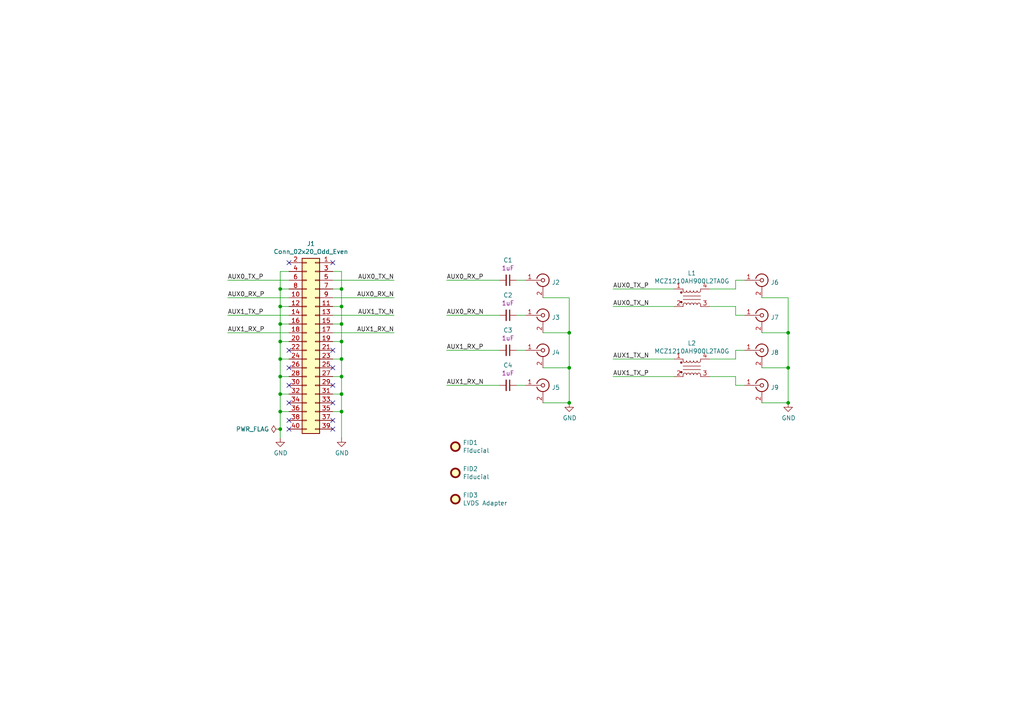
<source format=kicad_sch>
(kicad_sch (version 20230121) (generator eeschema)
  (paper "A4")
  (title_block (title "LVDS SMA Adapter") (date "2021-07-12") (rev "1") (company "Oxide Computer Co."))
  (lib_symbols
    (symbol "Ignition:GCM188R71E105KA64D" (pin_numbers hide) (pin_names (offset 0.254) hide)
      (property "Reference" "C" (at 0.254 1.778 0))
      (property "Capacitance" "1uF" (at 0 -5.08 0))
      (property "VDC" "25V" (at 0 0 0))
      (property "Coefficient" "X7R" (at 0 -7.62 0))
      (symbol "GCM188R71E105KA64D_0_1"
        (polyline (pts (xy -1.524 -0.508) (xy 1.524 -0.508)) (stroke (width 0.3302)))
        (polyline (pts (xy -1.524 0.508) (xy 1.524 0.508)) (stroke (width 0.3048)))
      )
      (symbol "GCM188R71E105KA64D_1_1"
        (pin passive line (at 0 2.54 270) (length 2.032) (name "~") (number "1"))
        (pin passive line (at 0 -2.54 90) (length 2.032) (name "~") (number "2"))
      )
    )
    (symbol "Ignition:MCZ1210AH900L2TA0G" (pin_names (offset 0.254) hide)
      (property "Reference" "L" (at 0 4.445 0))
      (property "Value" "MCZ1210AH900L2TA0G" (at 0 -5.08 0))
      (symbol "MCZ1210AH900L2TA0G_0_1"
        (circle (center -3.048 -1.27) (radius 0.254) (fill (type outline)))
        (circle (center -3.048 1.524) (radius 0.254) (fill (type outline)))
        (arc (start -2.54 2.032) (mid -2.032 1.5262) (end -1.524 2.032))
        (arc (start -1.524 -2.032) (mid -2.032 -1.5262) (end -2.54 -2.032))
        (arc (start -1.524 2.032) (mid -1.016 1.5262) (end -0.508 2.032))
        (arc (start -0.508 -2.032) (mid -1.016 -1.5262) (end -1.524 -2.032))
        (arc (start -0.508 2.032) (mid 0 1.5262) (end 0.508 2.032))
        (polyline (pts (xy -2.54 -2.032) (xy -2.54 -2.54)))
        (polyline (pts (xy -2.54 0.508) (xy 2.54 0.508)))
        (polyline (pts (xy -2.54 2.032) (xy -2.54 2.54)))
        (polyline (pts (xy 2.54 -2.032) (xy 2.54 -2.54)))
        (polyline (pts (xy 2.54 -0.508) (xy -2.54 -0.508)))
        (polyline (pts (xy 2.54 2.54) (xy 2.54 2.032)))
        (arc (start 0.508 -2.032) (mid 0 -1.5262) (end -0.508 -2.032))
        (arc (start 0.508 2.032) (mid 1.016 1.5262) (end 1.524 2.032))
        (arc (start 1.524 -2.032) (mid 1.016 -1.5262) (end 0.508 -2.032))
        (arc (start 1.524 2.032) (mid 2.032 1.5262) (end 2.54 2.032))
        (arc (start 2.54 -2.032) (mid 2.032 -1.5262) (end 1.524 -2.032))
      )
      (symbol "MCZ1210AH900L2TA0G_1_1"
        (pin passive line (at -5.08 2.54 0) (length 2.54) (name "1") (number "1"))
        (pin passive line (at -5.08 -2.54 0) (length 2.54) (name "2") (number "2"))
        (pin passive line (at 5.08 -2.54 180) (length 2.54) (name "3") (number "3"))
        (pin passive line (at 5.08 2.54 180) (length 2.54) (name "4") (number "4"))
      )
    )
    (symbol "lvds_sma_adapter-rescue:Conn_02x20_Odd_Even-Connector_Generic" (pin_names (offset 1.016) hide)
      (property "Reference" "J" (at 1.27 25.4 0))
      (property "Value" "Connector_Generic_Conn_02x20_Odd_Even" (at 1.27 -27.94 0))
      (symbol "Conn_02x20_Odd_Even-Connector_Generic_1_1"
        (rectangle (start -1.27 -25.273) (end 0 -25.527) (stroke (width 0.1524)))
        (rectangle (start -1.27 -22.733) (end 0 -22.987) (stroke (width 0.1524)))
        (rectangle (start -1.27 -20.193) (end 0 -20.447) (stroke (width 0.1524)))
        (rectangle (start -1.27 -17.653) (end 0 -17.907) (stroke (width 0.1524)))
        (rectangle (start -1.27 -15.113) (end 0 -15.367) (stroke (width 0.1524)))
        (rectangle (start -1.27 -12.573) (end 0 -12.827) (stroke (width 0.1524)))
        (rectangle (start -1.27 -10.033) (end 0 -10.287) (stroke (width 0.1524)))
        (rectangle (start -1.27 -7.493) (end 0 -7.747) (stroke (width 0.1524)))
        (rectangle (start -1.27 -4.953) (end 0 -5.207) (stroke (width 0.1524)))
        (rectangle (start -1.27 -2.413) (end 0 -2.667) (stroke (width 0.1524)))
        (rectangle (start -1.27 0.127) (end 0 -0.127) (stroke (width 0.1524)))
        (rectangle (start -1.27 2.667) (end 0 2.413) (stroke (width 0.1524)))
        (rectangle (start -1.27 5.207) (end 0 4.953) (stroke (width 0.1524)))
        (rectangle (start -1.27 7.747) (end 0 7.493) (stroke (width 0.1524)))
        (rectangle (start -1.27 10.287) (end 0 10.033) (stroke (width 0.1524)))
        (rectangle (start -1.27 12.827) (end 0 12.573) (stroke (width 0.1524)))
        (rectangle (start -1.27 15.367) (end 0 15.113) (stroke (width 0.1524)))
        (rectangle (start -1.27 17.907) (end 0 17.653) (stroke (width 0.1524)))
        (rectangle (start -1.27 20.447) (end 0 20.193) (stroke (width 0.1524)))
        (rectangle (start -1.27 22.987) (end 0 22.733) (stroke (width 0.1524)))
        (rectangle (start -1.27 24.13) (end 3.81 -26.67) (stroke (width 0.254)) (fill (type background)))
        (rectangle (start 3.81 -25.273) (end 2.54 -25.527) (stroke (width 0.1524)))
        (rectangle (start 3.81 -22.733) (end 2.54 -22.987) (stroke (width 0.1524)))
        (rectangle (start 3.81 -20.193) (end 2.54 -20.447) (stroke (width 0.1524)))
        (rectangle (start 3.81 -17.653) (end 2.54 -17.907) (stroke (width 0.1524)))
        (rectangle (start 3.81 -15.113) (end 2.54 -15.367) (stroke (width 0.1524)))
        (rectangle (start 3.81 -12.573) (end 2.54 -12.827) (stroke (width 0.1524)))
        (rectangle (start 3.81 -10.033) (end 2.54 -10.287) (stroke (width 0.1524)))
        (rectangle (start 3.81 -7.493) (end 2.54 -7.747) (stroke (width 0.1524)))
        (rectangle (start 3.81 -4.953) (end 2.54 -5.207) (stroke (width 0.1524)))
        (rectangle (start 3.81 -2.413) (end 2.54 -2.667) (stroke (width 0.1524)))
        (rectangle (start 3.81 0.127) (end 2.54 -0.127) (stroke (width 0.1524)))
        (rectangle (start 3.81 2.667) (end 2.54 2.413) (stroke (width 0.1524)))
        (rectangle (start 3.81 5.207) (end 2.54 4.953) (stroke (width 0.1524)))
        (rectangle (start 3.81 7.747) (end 2.54 7.493) (stroke (width 0.1524)))
        (rectangle (start 3.81 10.287) (end 2.54 10.033) (stroke (width 0.1524)))
        (rectangle (start 3.81 12.827) (end 2.54 12.573) (stroke (width 0.1524)))
        (rectangle (start 3.81 15.367) (end 2.54 15.113) (stroke (width 0.1524)))
        (rectangle (start 3.81 17.907) (end 2.54 17.653) (stroke (width 0.1524)))
        (rectangle (start 3.81 20.447) (end 2.54 20.193) (stroke (width 0.1524)))
        (rectangle (start 3.81 22.987) (end 2.54 22.733) (stroke (width 0.1524)))
        (pin passive line (at -5.08 22.86 0) (length 3.81) (name "Pin_1") (number "1"))
        (pin passive line (at 7.62 12.7 180) (length 3.81) (name "Pin_10") (number "10"))
        (pin passive line (at -5.08 10.16 0) (length 3.81) (name "Pin_11") (number "11"))
        (pin passive line (at 7.62 10.16 180) (length 3.81) (name "Pin_12") (number "12"))
        (pin passive line (at -5.08 7.62 0) (length 3.81) (name "Pin_13") (number "13"))
        (pin passive line (at 7.62 7.62 180) (length 3.81) (name "Pin_14") (number "14"))
        (pin passive line (at -5.08 5.08 0) (length 3.81) (name "Pin_15") (number "15"))
        (pin passive line (at 7.62 5.08 180) (length 3.81) (name "Pin_16") (number "16"))
        (pin passive line (at -5.08 2.54 0) (length 3.81) (name "Pin_17") (number "17"))
        (pin passive line (at 7.62 2.54 180) (length 3.81) (name "Pin_18") (number "18"))
        (pin passive line (at -5.08 0 0) (length 3.81) (name "Pin_19") (number "19"))
        (pin passive line (at 7.62 22.86 180) (length 3.81) (name "Pin_2") (number "2"))
        (pin passive line (at 7.62 0 180) (length 3.81) (name "Pin_20") (number "20"))
        (pin passive line (at -5.08 -2.54 0) (length 3.81) (name "Pin_21") (number "21"))
        (pin passive line (at 7.62 -2.54 180) (length 3.81) (name "Pin_22") (number "22"))
        (pin passive line (at -5.08 -5.08 0) (length 3.81) (name "Pin_23") (number "23"))
        (pin passive line (at 7.62 -5.08 180) (length 3.81) (name "Pin_24") (number "24"))
        (pin passive line (at -5.08 -7.62 0) (length 3.81) (name "Pin_25") (number "25"))
        (pin passive line (at 7.62 -7.62 180) (length 3.81) (name "Pin_26") (number "26"))
        (pin passive line (at -5.08 -10.16 0) (length 3.81) (name "Pin_27") (number "27"))
        (pin passive line (at 7.62 -10.16 180) (length 3.81) (name "Pin_28") (number "28"))
        (pin passive line (at -5.08 -12.7 0) (length 3.81) (name "Pin_29") (number "29"))
        (pin passive line (at -5.08 20.32 0) (length 3.81) (name "Pin_3") (number "3"))
        (pin passive line (at 7.62 -12.7 180) (length 3.81) (name "Pin_30") (number "30"))
        (pin passive line (at -5.08 -15.24 0) (length 3.81) (name "Pin_31") (number "31"))
        (pin passive line (at 7.62 -15.24 180) (length 3.81) (name "Pin_32") (number "32"))
        (pin passive line (at -5.08 -17.78 0) (length 3.81) (name "Pin_33") (number "33"))
        (pin passive line (at 7.62 -17.78 180) (length 3.81) (name "Pin_34") (number "34"))
        (pin passive line (at -5.08 -20.32 0) (length 3.81) (name "Pin_35") (number "35"))
        (pin passive line (at 7.62 -20.32 180) (length 3.81) (name "Pin_36") (number "36"))
        (pin passive line (at -5.08 -22.86 0) (length 3.81) (name "Pin_37") (number "37"))
        (pin passive line (at 7.62 -22.86 180) (length 3.81) (name "Pin_38") (number "38"))
        (pin passive line (at -5.08 -25.4 0) (length 3.81) (name "Pin_39") (number "39"))
        (pin passive line (at 7.62 20.32 180) (length 3.81) (name "Pin_4") (number "4"))
        (pin passive line (at 7.62 -25.4 180) (length 3.81) (name "Pin_40") (number "40"))
        (pin passive line (at -5.08 17.78 0) (length 3.81) (name "Pin_5") (number "5"))
        (pin passive line (at 7.62 17.78 180) (length 3.81) (name "Pin_6") (number "6"))
        (pin passive line (at -5.08 15.24 0) (length 3.81) (name "Pin_7") (number "7"))
        (pin passive line (at 7.62 15.24 180) (length 3.81) (name "Pin_8") (number "8"))
        (pin passive line (at -5.08 12.7 0) (length 3.81) (name "Pin_9") (number "9"))
      )
    )
    (symbol "lvds_sma_adapter-rescue:Conn_Coaxial-Connector" (pin_names (offset 1.016) hide)
      (property "Reference" "J" (at 0.254 3.048 0))
      (property "Value" "Connector_Conn_Coaxial" (at 2.921 0 90))
      (symbol "Conn_Coaxial-Connector_0_1"
        (arc (start -1.778 -0.508) (mid 0.2311 -1.8066) (end 1.778 0) (stroke (width 0.254)))
        (polyline (pts (xy -2.54 0) (xy -0.508 0)))
        (polyline (pts (xy 0 -2.54) (xy 0 -1.778)))
        (circle (center 0 0) (radius 0.508) (stroke (width 0.2032)))
        (arc (start 1.778 0) (mid 0.2099 1.8101) (end -1.778 0.508) (stroke (width 0.254)))
      )
      (symbol "Conn_Coaxial-Connector_1_1"
        (pin passive line (at -5.08 0 0) (length 2.54) (name "In") (number "1"))
        (pin passive line (at 0 -5.08 90) (length 2.54) (name "Ext") (number "2"))
      )
    )
    (symbol "lvds_sma_adapter-rescue:Fiducial-Mechanical"
      (property "Reference" "FID" (at 0 5.08 0))
      (property "Value" "Mechanical_Fiducial" (at 0 3.175 0))
      (symbol "Fiducial-Mechanical_0_1"
        (circle (center 0 0) (radius 1.27) (stroke (width 0.508)) (fill (type background)))
      )
    )
    (symbol "lvds_sma_adapter-rescue:GND-power" (power) (pin_names (offset 0))
      (property "Value" "GND-power" (at 0 -3.81 0))
      (symbol "GND-power_0_1"
        (polyline (pts (xy 0 0) (xy 0 -1.27) (xy 1.27 -1.27) (xy 0 -2.54) (xy -1.27 -1.27) (xy 0 -1.27)))
      )
      (symbol "GND-power_1_1"
        (pin power_in line (at 0 0 270) (length 0) hide (name "GND") (number "1"))
      )
    )
    (symbol "lvds_sma_adapter-rescue:PWR_FLAG-power" (power) (pin_numbers hide) (pin_names (offset 0) hide)
      (property "Value" "PWR_FLAG-power" (at 0 3.81 0))
      (symbol "PWR_FLAG-power_0_0"
        (pin power_out line (at 0 0 90) (length 0) (name "pwr") (number "1"))
      )
      (symbol "PWR_FLAG-power_0_1"
        (polyline (pts (xy 0 0) (xy 0 1.27) (xy -1.016 1.905) (xy 0 2.54) (xy 1.016 1.905) (xy 0 1.27)))
      )
    )
  )
  (junction (at 81.28 114.3))
  (junction (at 99.06 119.38))
  (junction (at 81.28 93.98))
  (junction (at 99.06 104.14))
  (junction (at 81.28 109.22))
  (junction (at 99.06 93.98))
  (junction (at 165.1 116.84))
  (junction (at 81.28 119.38))
  (junction (at 81.28 88.9))
  (junction (at 81.28 83.82))
  (junction (at 165.1 106.68))
  (junction (at 165.1 96.52))
  (junction (at 228.6 96.52))
  (junction (at 81.28 104.14))
  (junction (at 99.06 99.06))
  (junction (at 81.28 124.46))
  (junction (at 99.06 83.82))
  (junction (at 99.06 109.22))
  (junction (at 99.06 88.9))
  (junction (at 228.6 106.68))
  (junction (at 228.6 116.84))
  (junction (at 99.06 114.3))
  (junction (at 81.28 99.06))
  (no_connect (at 83.82 76.2))
  (no_connect (at 83.82 124.46))
  (no_connect (at 96.52 106.68))
  (no_connect (at 96.52 76.2))
  (no_connect (at 83.82 101.6))
  (no_connect (at 96.52 121.92))
  (no_connect (at 96.52 101.6))
  (no_connect (at 83.82 121.92))
  (no_connect (at 83.82 106.68))
  (no_connect (at 83.82 111.76))
  (no_connect (at 83.82 116.84))
  (no_connect (at 96.52 124.46))
  (no_connect (at 96.52 111.76))
  (no_connect (at 96.52 116.84))
  (wire (pts (xy 81.28 93.98) (xy 83.82 93.98)))
  (wire (pts (xy 177.8 109.22) (xy 195.58 109.22)))
  (wire (pts (xy 81.28 83.82) (xy 83.82 83.82)))
  (wire (pts (xy 228.6 96.52) (xy 228.6 106.68)))
  (wire (pts (xy 99.06 109.22) (xy 99.06 114.3)))
  (wire (pts (xy 149.86 91.44) (xy 152.4 91.44)))
  (wire (pts (xy 81.28 124.46) (xy 81.28 127)))
  (wire (pts (xy 114.3 81.28) (xy 96.52 81.28)))
  (wire (pts (xy 81.28 88.9) (xy 83.82 88.9)))
  (wire (pts (xy 228.6 106.68) (xy 228.6 116.84)))
  (wire (pts (xy 213.36 91.44) (xy 215.9 91.44)))
  (wire (pts (xy 81.28 99.06) (xy 83.82 99.06)))
  (wire (pts (xy 81.28 93.98) (xy 81.28 99.06)))
  (wire (pts (xy 83.82 119.38) (xy 81.28 119.38)))
  (wire (pts (xy 129.54 81.28) (xy 144.78 81.28)))
  (wire (pts (xy 96.52 88.9) (xy 99.06 88.9)))
  (wire (pts (xy 157.48 116.84) (xy 165.1 116.84)))
  (wire (pts (xy 213.36 109.22) (xy 213.36 111.76)))
  (wire (pts (xy 220.98 106.68) (xy 228.6 106.68)))
  (wire (pts (xy 177.8 88.9) (xy 195.58 88.9)))
  (wire (pts (xy 114.3 86.36) (xy 96.52 86.36)))
  (wire (pts (xy 99.06 93.98) (xy 99.06 99.06)))
  (wire (pts (xy 66.04 86.36) (xy 83.82 86.36)))
  (wire (pts (xy 220.98 116.84) (xy 228.6 116.84)))
  (wire (pts (xy 157.48 106.68) (xy 165.1 106.68)))
  (wire (pts (xy 165.1 106.68) (xy 165.1 116.84)))
  (wire (pts (xy 129.54 101.6) (xy 144.78 101.6)))
  (wire (pts (xy 99.06 114.3) (xy 99.06 119.38)))
  (wire (pts (xy 66.04 96.52) (xy 83.82 96.52)))
  (wire (pts (xy 149.86 111.76) (xy 152.4 111.76)))
  (wire (pts (xy 81.28 78.74) (xy 81.28 83.82)))
  (wire (pts (xy 165.1 96.52) (xy 165.1 106.68)))
  (wire (pts (xy 96.52 104.14) (xy 99.06 104.14)))
  (wire (pts (xy 213.36 88.9) (xy 213.36 91.44)))
  (wire (pts (xy 99.06 83.82) (xy 99.06 88.9)))
  (wire (pts (xy 96.52 99.06) (xy 99.06 99.06)))
  (wire (pts (xy 213.36 83.82) (xy 213.36 81.28)))
  (wire (pts (xy 165.1 86.36) (xy 165.1 96.52)))
  (wire (pts (xy 177.8 104.14) (xy 195.58 104.14)))
  (wire (pts (xy 149.86 81.28) (xy 152.4 81.28)))
  (wire (pts (xy 205.74 88.9) (xy 213.36 88.9)))
  (wire (pts (xy 129.54 91.44) (xy 144.78 91.44)))
  (wire (pts (xy 81.28 119.38) (xy 81.28 124.46)))
  (wire (pts (xy 81.28 109.22) (xy 83.82 109.22)))
  (wire (pts (xy 205.74 109.22) (xy 213.36 109.22)))
  (wire (pts (xy 96.52 119.38) (xy 99.06 119.38)))
  (wire (pts (xy 99.06 78.74) (xy 99.06 83.82)))
  (wire (pts (xy 99.06 88.9) (xy 99.06 93.98)))
  (wire (pts (xy 129.54 111.76) (xy 144.78 111.76)))
  (wire (pts (xy 81.28 114.3) (xy 81.28 119.38)))
  (wire (pts (xy 66.04 91.44) (xy 83.82 91.44)))
  (wire (pts (xy 213.36 111.76) (xy 215.9 111.76)))
  (wire (pts (xy 96.52 93.98) (xy 99.06 93.98)))
  (wire (pts (xy 81.28 83.82) (xy 81.28 88.9)))
  (wire (pts (xy 96.52 114.3) (xy 99.06 114.3)))
  (wire (pts (xy 83.82 104.14) (xy 81.28 104.14)))
  (wire (pts (xy 205.74 83.82) (xy 213.36 83.82)))
  (wire (pts (xy 83.82 114.3) (xy 81.28 114.3)))
  (wire (pts (xy 157.48 96.52) (xy 165.1 96.52)))
  (wire (pts (xy 157.48 86.36) (xy 165.1 86.36)))
  (wire (pts (xy 99.06 99.06) (xy 99.06 104.14)))
  (wire (pts (xy 81.28 88.9) (xy 81.28 93.98)))
  (wire (pts (xy 149.86 101.6) (xy 152.4 101.6)))
  (wire (pts (xy 96.52 78.74) (xy 99.06 78.74)))
  (wire (pts (xy 83.82 78.74) (xy 81.28 78.74)))
  (wire (pts (xy 81.28 109.22) (xy 81.28 114.3)))
  (wire (pts (xy 96.52 109.22) (xy 99.06 109.22)))
  (wire (pts (xy 99.06 119.38) (xy 99.06 127)))
  (wire (pts (xy 114.3 91.44) (xy 96.52 91.44)))
  (wire (pts (xy 213.36 81.28) (xy 215.9 81.28)))
  (wire (pts (xy 205.74 104.14) (xy 213.36 104.14)))
  (wire (pts (xy 96.52 83.82) (xy 99.06 83.82)))
  (wire (pts (xy 228.6 86.36) (xy 228.6 96.52)))
  (wire (pts (xy 99.06 104.14) (xy 99.06 109.22)))
  (wire (pts (xy 66.04 81.28) (xy 83.82 81.28)))
  (wire (pts (xy 114.3 96.52) (xy 96.52 96.52)))
  (wire (pts (xy 81.28 99.06) (xy 81.28 104.14)))
  (wire (pts (xy 213.36 101.6) (xy 215.9 101.6)))
  (wire (pts (xy 220.98 86.36) (xy 228.6 86.36)))
  (wire (pts (xy 177.8 83.82) (xy 195.58 83.82)))
  (wire (pts (xy 81.28 104.14) (xy 81.28 109.22)))
  (wire (pts (xy 220.98 96.52) (xy 228.6 96.52)))
  (wire (pts (xy 213.36 104.14) (xy 213.36 101.6)))
  (label "AUX0_RX_N" (at 114.3 86.36 180))
  (label "AUX0_TX_N" (at 114.3 81.28 180))
  (label "AUX1_TX_P" (at 66.04 91.44 0))
  (label "AUX0_TX_N" (at 177.8 88.9 0))
  (label "AUX1_TX_P" (at 177.8 109.22 0))
  (label "AUX0_RX_P" (at 66.04 86.36 0))
  (label "AUX1_TX_N" (at 114.3 91.44 180))
  (label "AUX0_TX_P" (at 177.8 83.82 0))
  (label "AUX1_RX_N" (at 129.54 111.76 0))
  (label "AUX0_TX_P" (at 66.04 81.28 0))
  (label "AUX0_RX_P" (at 129.54 81.28 0))
  (label "AUX1_RX_N" (at 114.3 96.52 180))
  (label "AUX0_RX_N" (at 129.54 91.44 0))
  (label "AUX1_TX_N" (at 177.8 104.14 0))
  (label "AUX1_RX_P" (at 129.54 101.6 0))
  (label "AUX1_RX_P" (at 66.04 96.52 0))
  (symbol (lib_id "lvds_sma_adapter-rescue:Conn_02x20_Odd_Even-Connector_Generic") (at 91.44 99.06 0) (mirror y) (unit 1)
    (property "Reference" "J1" (at 90.17 70.6882 0))
    (property "Value" "Conn_02x20_Odd_Even" (at 90.17 72.9996 0))
    (property "Footprint" "Connector_PinSocket_2.54mm:PinSocket_2x20_P2.54mm_Horizontal" (effects hide))
  )
  (symbol (lib_id "lvds_sma_adapter-rescue:GND-power") (at 81.28 127 0) (unit 1)
    (property "Reference" "#PWR01" (effects hide))
    (property "Value" "GND" (at 81.407 131.3942 0))
  )
  (symbol (lib_id "lvds_sma_adapter-rescue:GND-power") (at 99.06 127 0) (unit 1)
    (property "Reference" "#PWR02" (effects hide))
    (property "Value" "GND" (at 99.187 131.3942 0))
  )
  (symbol (lib_id "Ignition:GCM188R71E105KA64D") (at 147.32 81.28 270) (unit 1)
    (property "Reference" "C1" (at 147.32 75.4634 90))
    (property "Value" "GCM188R71E105KA64D" (effects hide))
    (property "Footprint" "Capacitor_SMD:C_0603_1608Metric" (effects hide))
    (property "Capacitance" "1uF" (at 147.32 77.7748 90))
    (property "VDC" "25V" (effects hide))
    (property "Coefficient" "X7R" (effects hide))
    (property "Package" "0603" (effects hide))
  )
  (symbol (lib_id "lvds_sma_adapter-rescue:Conn_Coaxial-Connector") (at 157.48 81.28 0) (unit 1)
    (property "Reference" "J2" (at 160.02 81.915 0) (effects (justify left)))
    (property "Value" "Conn_Coaxial" (effects hide))
    (property "Footprint" "Connector_Coaxial:SMA_Amphenol_132134-16_Vertical" (effects hide))
    (property "Datasheet" " ~" (effects hide))
  )
  (symbol (lib_id "Ignition:GCM188R71E105KA64D") (at 147.32 91.44 270) (unit 1)
    (property "Reference" "C2" (at 147.32 85.6234 90))
    (property "Value" "GCM188R71E105KA64D" (effects hide))
    (property "Footprint" "Capacitor_SMD:C_0603_1608Metric" (effects hide))
    (property "Capacitance" "1uF" (at 147.32 87.9348 90))
    (property "VDC" "25V" (effects hide))
    (property "Coefficient" "X7R" (effects hide))
    (property "Package" "0603" (effects hide))
  )
  (symbol (lib_id "Ignition:GCM188R71E105KA64D") (at 147.32 101.6 270) (unit 1)
    (property "Reference" "C3" (at 147.32 95.7834 90))
    (property "Value" "GCM188R71E105KA64D" (effects hide))
    (property "Footprint" "Capacitor_SMD:C_0603_1608Metric" (effects hide))
    (property "Capacitance" "1uF" (at 147.32 98.0948 90))
    (property "VDC" "25V" (effects hide))
    (property "Coefficient" "X7R" (effects hide))
    (property "Package" "0603" (effects hide))
  )
  (symbol (lib_id "Ignition:GCM188R71E105KA64D") (at 147.32 111.76 270) (unit 1)
    (property "Reference" "C4" (at 147.32 105.9434 90))
    (property "Value" "GCM188R71E105KA64D" (effects hide))
    (property "Footprint" "Capacitor_SMD:C_0603_1608Metric" (effects hide))
    (property "Capacitance" "1uF" (at 147.32 108.2548 90))
    (property "VDC" "25V" (effects hide))
    (property "Coefficient" "X7R" (effects hide))
    (property "Package" "0603" (effects hide))
  )
  (symbol (lib_id "lvds_sma_adapter-rescue:Conn_Coaxial-Connector") (at 157.48 91.44 0) (unit 1)
    (property "Reference" "J3" (at 160.02 92.075 0) (effects (justify left)))
    (property "Value" "Conn_Coaxial" (effects hide))
    (property "Footprint" "Connector_Coaxial:SMA_Amphenol_132134-16_Vertical" (effects hide))
    (property "Datasheet" " ~" (effects hide))
  )
  (symbol (lib_id "lvds_sma_adapter-rescue:Conn_Coaxial-Connector") (at 157.48 101.6 0) (unit 1)
    (property "Reference" "J4" (at 160.02 102.235 0) (effects (justify left)))
    (property "Value" "Conn_Coaxial" (effects hide))
    (property "Footprint" "Connector_Coaxial:SMA_Amphenol_132134-16_Vertical" (effects hide))
    (property "Datasheet" " ~" (effects hide))
  )
  (symbol (lib_id "lvds_sma_adapter-rescue:Conn_Coaxial-Connector") (at 157.48 111.76 0) (unit 1)
    (property "Reference" "J5" (at 160.02 112.395 0) (effects (justify left)))
    (property "Value" "Conn_Coaxial" (effects hide))
    (property "Footprint" "Connector_Coaxial:SMA_Amphenol_132134-16_Vertical" (effects hide))
    (property "Datasheet" " ~" (effects hide))
  )
  (symbol (lib_id "lvds_sma_adapter-rescue:GND-power") (at 165.1 116.84 0) (unit 1)
    (property "Reference" "#PWR03" (effects hide))
    (property "Value" "GND" (at 165.227 121.2342 0))
  )
  (symbol (lib_id "Ignition:MCZ1210AH900L2TA0G") (at 200.66 86.36 0) (unit 1)
    (property "Reference" "L1" (at 200.66 79.2226 0))
    (property "Value" "MCZ1210AH900L2TA0G" (at 200.66 81.534 0))
    (property "Footprint" "passives:L_Choke_MCZ1210AH" (effects hide))
    (property "Datasheet" "https://product.tdk.com/system/files/dam/doc/product/emc/emc/cmf_cmc/catalog/cmf_commercial_signal_mcz1210ah_en.pdf" (effects hide))
  )
  (symbol (lib_id "lvds_sma_adapter-rescue:Conn_Coaxial-Connector") (at 220.98 81.28 0) (unit 1)
    (property "Reference" "J6" (at 223.52 81.915 0) (effects (justify left)))
    (property "Value" "Conn_Coaxial" (effects hide))
    (property "Footprint" "Connector_Coaxial:SMA_Amphenol_132134-16_Vertical" (effects hide))
    (property "Datasheet" " ~" (effects hide))
  )
  (symbol (lib_id "lvds_sma_adapter-rescue:Conn_Coaxial-Connector") (at 220.98 91.44 0) (unit 1)
    (property "Reference" "J7" (at 223.52 92.075 0) (effects (justify left)))
    (property "Value" "Conn_Coaxial" (effects hide))
    (property "Footprint" "Connector_Coaxial:SMA_Amphenol_132134-16_Vertical" (effects hide))
    (property "Datasheet" " ~" (effects hide))
  )
  (symbol (lib_id "lvds_sma_adapter-rescue:Conn_Coaxial-Connector") (at 220.98 101.6 0) (unit 1)
    (property "Reference" "J8" (at 223.52 102.235 0) (effects (justify left)))
    (property "Value" "Conn_Coaxial" (effects hide))
    (property "Footprint" "Connector_Coaxial:SMA_Amphenol_132134-16_Vertical" (effects hide))
    (property "Datasheet" " ~" (effects hide))
  )
  (symbol (lib_id "lvds_sma_adapter-rescue:Conn_Coaxial-Connector") (at 220.98 111.76 0) (unit 1)
    (property "Reference" "J9" (at 223.52 112.395 0) (effects (justify left)))
    (property "Value" "Conn_Coaxial" (effects hide))
    (property "Footprint" "Connector_Coaxial:SMA_Amphenol_132134-16_Vertical" (effects hide))
    (property "Datasheet" " ~" (effects hide))
  )
  (symbol (lib_id "lvds_sma_adapter-rescue:GND-power") (at 228.6 116.84 0) (unit 1)
    (property "Reference" "#PWR04" (effects hide))
    (property "Value" "GND" (at 228.727 121.2342 0))
  )
  (symbol (lib_id "Ignition:MCZ1210AH900L2TA0G") (at 200.66 106.68 0) (unit 1)
    (property "Reference" "L2" (at 200.66 99.5426 0))
    (property "Value" "MCZ1210AH900L2TA0G" (at 200.66 101.854 0))
    (property "Footprint" "passives:L_Choke_MCZ1210AH" (effects hide))
    (property "Datasheet" "https://product.tdk.com/system/files/dam/doc/product/emc/emc/cmf_cmc/catalog/cmf_commercial_signal_mcz1210ah_en.pdf" (effects hide))
  )
  (symbol (lib_id "lvds_sma_adapter-rescue:PWR_FLAG-power") (at 81.28 124.46 90) (unit 1)
    (property "Reference" "#FLG0101" (effects hide))
    (property "Value" "PWR_FLAG" (at 78.0542 124.46 90) (effects (justify left)))
  )
  (symbol (lib_id "lvds_sma_adapter-rescue:Fiducial-Mechanical") (at 132.08 129.54 0) (unit 1)
    (property "Reference" "FID1" (at 134.239 128.3716 0) (effects (justify left)))
    (property "Value" "Fiducial" (at 134.239 130.683 0) (effects (justify left)))
    (property "Footprint" "Fiducial:Fiducial_1mm_Mask2mm" (effects hide))
  )
  (symbol (lib_id "lvds_sma_adapter-rescue:Fiducial-Mechanical") (at 132.08 137.16 0) (unit 1)
    (property "Reference" "FID2" (at 134.239 135.9916 0) (effects (justify left)))
    (property "Value" "Fiducial" (at 134.239 138.303 0) (effects (justify left)))
    (property "Footprint" "Fiducial:Fiducial_1mm_Mask2mm" (effects hide))
  )
  (symbol (lib_id "lvds_sma_adapter-rescue:Fiducial-Mechanical") (at 132.08 144.78 0) (unit 1)
    (property "Reference" "FID3" (at 134.239 143.6116 0) (effects (justify left)))
    (property "Value" "LVDS Adapter" (at 134.239 145.923 0) (effects (justify left)))
    (property "Footprint" "grumpy:Oxide_Board_Identifier_23x6mm" (effects hide))
  )
)
</source>
